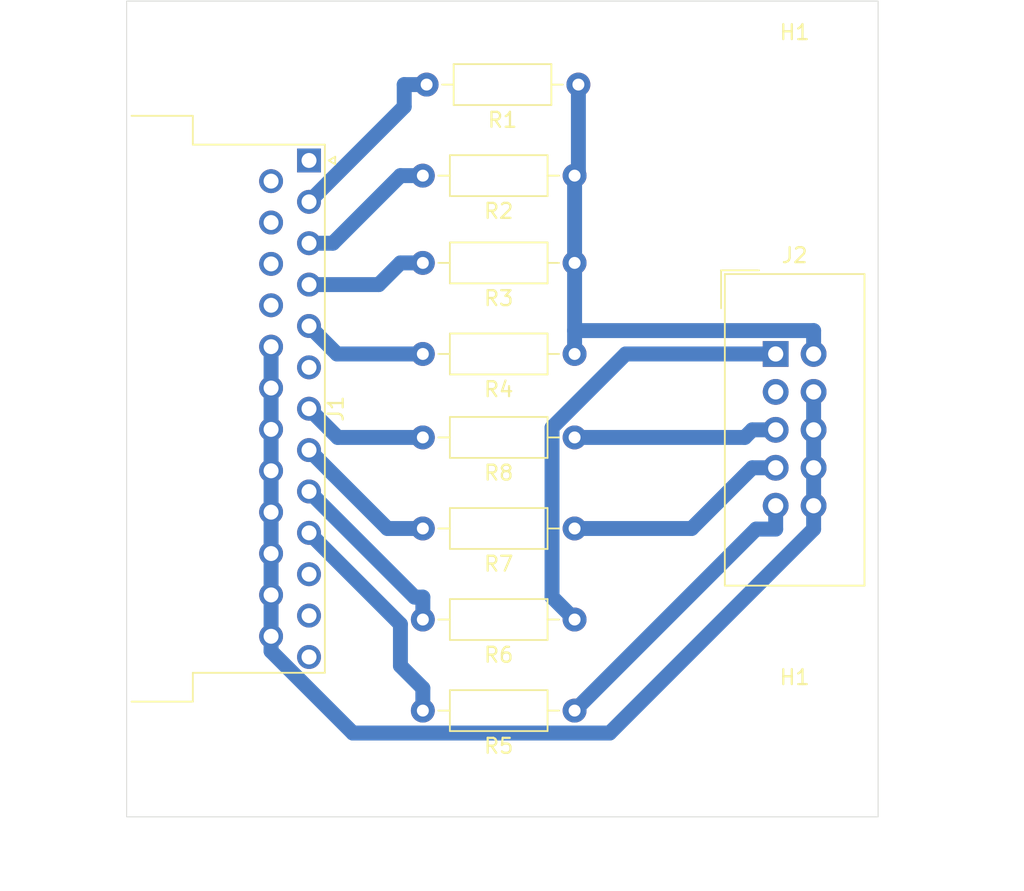
<source format=kicad_pcb>
(kicad_pcb (version 20171130) (host pcbnew 5.1.4-3.fc30)

  (general
    (thickness 1.6)
    (drawings 6)
    (tracks 57)
    (zones 0)
    (modules 12)
    (nets 25)
  )

  (page A4)
  (title_block
    (title "bcd avr programmer PCB")
    (date 2019-07-01)
    (rev 1.0)
    (company "mgr inż. Paweł Sobótka")
    (comment 1 "GNU GPLv3")
  )

  (layers
    (0 F.Cu jumper)
    (31 B.Cu signal)
    (33 F.Adhes user)
    (35 F.Paste user)
    (37 F.SilkS user)
    (39 F.Mask user)
    (40 Dwgs.User user)
    (41 Cmts.User user)
    (42 Eco1.User user)
    (43 Eco2.User user)
    (44 Edge.Cuts user)
    (45 Margin user)
    (46 B.CrtYd user)
    (47 F.CrtYd user)
    (49 F.Fab user)
  )

  (setup
    (last_trace_width 0.25)
    (user_trace_width 0.5)
    (user_trace_width 1)
    (trace_clearance 0.2)
    (zone_clearance 0.508)
    (zone_45_only no)
    (trace_min 0.2)
    (via_size 0.8)
    (via_drill 0.4)
    (via_min_size 0.4)
    (via_min_drill 0.3)
    (user_via 1 0.8)
    (user_via 2 1)
    (uvia_size 0.3)
    (uvia_drill 0.1)
    (uvias_allowed no)
    (uvia_min_size 0.2)
    (uvia_min_drill 0.1)
    (edge_width 0.05)
    (segment_width 0.2)
    (pcb_text_width 0.3)
    (pcb_text_size 1.5 1.5)
    (mod_edge_width 0.12)
    (mod_text_size 1 1)
    (mod_text_width 0.15)
    (pad_size 1.524 1.524)
    (pad_drill 0.762)
    (pad_to_mask_clearance 0.051)
    (solder_mask_min_width 0.25)
    (aux_axis_origin 133.08 117.602)
    (visible_elements FFFFFF7F)
    (pcbplotparams
      (layerselection 0x292a8_ffffffff)
      (usegerberextensions false)
      (usegerberattributes true)
      (usegerberadvancedattributes true)
      (creategerberjobfile true)
      (excludeedgelayer true)
      (linewidth 0.150000)
      (plotframeref false)
      (viasonmask false)
      (mode 1)
      (useauxorigin true)
      (hpglpennumber 1)
      (hpglpenspeed 20)
      (hpglpendiameter 15.000000)
      (psnegative false)
      (psa4output false)
      (plotreference true)
      (plotvalue true)
      (plotinvisibletext false)
      (padsonsilk false)
      (subtractmaskfromsilk true)
      (outputformat 1)
      (mirror false)
      (drillshape 0)
      (scaleselection 1)
      (outputdirectory "grbv/"))
  )

  (net 0 "")
  (net 1 "Net-(J1-Pad1)")
  (net 2 "Net-(J1-Pad6)")
  (net 3 "Net-(J1-Pad11)")
  (net 4 "Net-(J1-Pad12)")
  (net 5 "Net-(J1-Pad13)")
  (net 6 "Net-(J1-Pad14)")
  (net 7 "Net-(J1-Pad15)")
  (net 8 "Net-(J1-Pad16)")
  (net 9 "Net-(J1-Pad17)")
  (net 10 "Net-(J1-Pad18)")
  (net 11 "Net-(J2-Pad1)")
  (net 12 "Net-(J2-Pad2)")
  (net 13 "Net-(J2-Pad3)")
  (net 14 "Net-(J2-Pad5)")
  (net 15 "Net-(J2-Pad7)")
  (net 16 "Net-(J2-Pad9)")
  (net 17 D0)
  (net 18 D1)
  (net 19 D2)
  (net 20 D3)
  (net 21 D5)
  (net 22 D6)
  (net 23 D7)
  (net 24 ACK)

  (net_class Default "To jest domyślna klasa połączeń."
    (clearance 0.2)
    (trace_width 0.25)
    (via_dia 0.8)
    (via_drill 0.4)
    (uvia_dia 0.3)
    (uvia_drill 0.1)
    (add_net ACK)
    (add_net D5)
    (add_net D6)
    (add_net D7)
  )

  (net_class standard ""
    (clearance 0.2)
    (trace_width 1)
    (via_dia 2)
    (via_drill 1)
    (uvia_dia 0.3)
    (uvia_drill 0.1)
    (add_net D0)
    (add_net D1)
    (add_net D2)
    (add_net D3)
    (add_net "Net-(J1-Pad1)")
    (add_net "Net-(J1-Pad11)")
    (add_net "Net-(J1-Pad12)")
    (add_net "Net-(J1-Pad13)")
    (add_net "Net-(J1-Pad14)")
    (add_net "Net-(J1-Pad15)")
    (add_net "Net-(J1-Pad16)")
    (add_net "Net-(J1-Pad17)")
    (add_net "Net-(J1-Pad18)")
    (add_net "Net-(J1-Pad6)")
    (add_net "Net-(J2-Pad1)")
    (add_net "Net-(J2-Pad2)")
    (add_net "Net-(J2-Pad3)")
    (add_net "Net-(J2-Pad5)")
    (add_net "Net-(J2-Pad7)")
    (add_net "Net-(J2-Pad9)")
  )

  (module MountingHole:MountingHole_2.5mm (layer F.Cu) (tedit 56D1B4CB) (tstamp 5DA367DF)
    (at 177.8 111.76)
    (descr "Mounting Hole 2.5mm, no annular")
    (tags "mounting hole 2.5mm no annular")
    (path /5DA31830)
    (attr virtual)
    (fp_text reference H1 (at 0 -3.5) (layer F.SilkS)
      (effects (font (size 1 1) (thickness 0.15)))
    )
    (fp_text value M2.5 (at 0 3.5) (layer F.Fab)
      (effects (font (size 1 1) (thickness 0.15)))
    )
    (fp_text user %R (at 0.3 0) (layer F.Fab)
      (effects (font (size 1 1) (thickness 0.15)))
    )
    (fp_circle (center 0 0) (end 2.5 0) (layer Cmts.User) (width 0.15))
    (fp_circle (center 0 0) (end 2.75 0) (layer F.CrtYd) (width 0.05))
    (pad 1 np_thru_hole circle (at 0 0) (size 2.5 2.5) (drill 2.5) (layers *.Cu *.Mask))
  )

  (module MountingHole:MountingHole_2.5mm (layer F.Cu) (tedit 56D1B4CB) (tstamp 5DA364FB)
    (at 177.8 68.58)
    (descr "Mounting Hole 2.5mm, no annular")
    (tags "mounting hole 2.5mm no annular")
    (path /5DA31830)
    (attr virtual)
    (fp_text reference H1 (at 0 -3.5) (layer F.SilkS)
      (effects (font (size 1 1) (thickness 0.15)))
    )
    (fp_text value M2.5 (at 0 3.5) (layer F.Fab)
      (effects (font (size 1 1) (thickness 0.15)))
    )
    (fp_circle (center 0 0) (end 2.75 0) (layer F.CrtYd) (width 0.05))
    (fp_circle (center 0 0) (end 2.5 0) (layer Cmts.User) (width 0.15))
    (fp_text user %R (at 0.3 0) (layer F.Fab)
      (effects (font (size 1 1) (thickness 0.15)))
    )
    (pad 1 np_thru_hole circle (at 0 0) (size 2.5 2.5) (drill 2.5) (layers *.Cu *.Mask))
  )

  (module Connector_Dsub:DSUB-25_Male_Horizontal_P2.77x2.54mm_EdgePinOffset9.40mm (layer F.Cu) (tedit 59FEDEE2) (tstamp 5D19B759)
    (at 145.288 73.66 270)
    (descr "25-pin D-Sub connector, horizontal/angled (90 deg), THT-mount, male, pitch 2.77x2.54mm, pin-PCB-offset 9.4mm, see http://docs-europe.electrocomponents.com/webdocs/1585/0900766b81585df2.pdf")
    (tags "25-pin D-Sub connector horizontal angled 90deg THT male pitch 2.77x2.54mm pin-PCB-offset 9.4mm")
    (path /5D195BC3)
    (fp_text reference J1 (at 16.62 -1.8 90) (layer F.SilkS)
      (effects (font (size 1 1) (thickness 0.15)))
    )
    (fp_text value DB25_Male (at 16.62 19.84 90) (layer F.Fab)
      (effects (font (size 1 1) (thickness 0.15)))
    )
    (fp_line (start -0.1 0) (end -0.1 7.84) (layer F.Fab) (width 0.1))
    (fp_line (start 0 0) (end 0 7.84) (layer F.Fab) (width 0.1))
    (fp_line (start 0.1 0) (end 0.1 7.84) (layer F.Fab) (width 0.1))
    (fp_line (start 2.67 0) (end 2.67 7.84) (layer F.Fab) (width 0.1))
    (fp_line (start 2.77 0) (end 2.77 7.84) (layer F.Fab) (width 0.1))
    (fp_line (start 2.87 0) (end 2.87 7.84) (layer F.Fab) (width 0.1))
    (fp_line (start 5.44 0) (end 5.44 7.84) (layer F.Fab) (width 0.1))
    (fp_line (start 5.54 0) (end 5.54 7.84) (layer F.Fab) (width 0.1))
    (fp_line (start 5.64 0) (end 5.64 7.84) (layer F.Fab) (width 0.1))
    (fp_line (start 8.21 0) (end 8.21 7.84) (layer F.Fab) (width 0.1))
    (fp_line (start 8.31 0) (end 8.31 7.84) (layer F.Fab) (width 0.1))
    (fp_line (start 8.41 0) (end 8.41 7.84) (layer F.Fab) (width 0.1))
    (fp_line (start 10.98 0) (end 10.98 7.84) (layer F.Fab) (width 0.1))
    (fp_line (start 11.08 0) (end 11.08 7.84) (layer F.Fab) (width 0.1))
    (fp_line (start 11.18 0) (end 11.18 7.84) (layer F.Fab) (width 0.1))
    (fp_line (start 13.75 0) (end 13.75 7.84) (layer F.Fab) (width 0.1))
    (fp_line (start 13.85 0) (end 13.85 7.84) (layer F.Fab) (width 0.1))
    (fp_line (start 13.95 0) (end 13.95 7.84) (layer F.Fab) (width 0.1))
    (fp_line (start 16.52 0) (end 16.52 7.84) (layer F.Fab) (width 0.1))
    (fp_line (start 16.62 0) (end 16.62 7.84) (layer F.Fab) (width 0.1))
    (fp_line (start 16.72 0) (end 16.72 7.84) (layer F.Fab) (width 0.1))
    (fp_line (start 19.29 0) (end 19.29 7.84) (layer F.Fab) (width 0.1))
    (fp_line (start 19.39 0) (end 19.39 7.84) (layer F.Fab) (width 0.1))
    (fp_line (start 19.49 0) (end 19.49 7.84) (layer F.Fab) (width 0.1))
    (fp_line (start 22.06 0) (end 22.06 7.84) (layer F.Fab) (width 0.1))
    (fp_line (start 22.16 0) (end 22.16 7.84) (layer F.Fab) (width 0.1))
    (fp_line (start 22.26 0) (end 22.26 7.84) (layer F.Fab) (width 0.1))
    (fp_line (start 24.83 0) (end 24.83 7.84) (layer F.Fab) (width 0.1))
    (fp_line (start 24.93 0) (end 24.93 7.84) (layer F.Fab) (width 0.1))
    (fp_line (start 25.03 0) (end 25.03 7.84) (layer F.Fab) (width 0.1))
    (fp_line (start 27.6 0) (end 27.6 7.84) (layer F.Fab) (width 0.1))
    (fp_line (start 27.7 0) (end 27.7 7.84) (layer F.Fab) (width 0.1))
    (fp_line (start 27.8 0) (end 27.8 7.84) (layer F.Fab) (width 0.1))
    (fp_line (start 30.37 0) (end 30.37 7.84) (layer F.Fab) (width 0.1))
    (fp_line (start 30.47 0) (end 30.47 7.84) (layer F.Fab) (width 0.1))
    (fp_line (start 30.57 0) (end 30.57 7.84) (layer F.Fab) (width 0.1))
    (fp_line (start 33.14 0) (end 33.14 7.84) (layer F.Fab) (width 0.1))
    (fp_line (start 33.24 0) (end 33.24 7.84) (layer F.Fab) (width 0.1))
    (fp_line (start 33.34 0) (end 33.34 7.84) (layer F.Fab) (width 0.1))
    (fp_line (start 1.285 2.54) (end 1.285 7.84) (layer F.Fab) (width 0.1))
    (fp_line (start 1.385 2.54) (end 1.385 7.84) (layer F.Fab) (width 0.1))
    (fp_line (start 1.485 2.54) (end 1.485 7.84) (layer F.Fab) (width 0.1))
    (fp_line (start 4.055 2.54) (end 4.055 7.84) (layer F.Fab) (width 0.1))
    (fp_line (start 4.155 2.54) (end 4.155 7.84) (layer F.Fab) (width 0.1))
    (fp_line (start 4.255 2.54) (end 4.255 7.84) (layer F.Fab) (width 0.1))
    (fp_line (start 6.825 2.54) (end 6.825 7.84) (layer F.Fab) (width 0.1))
    (fp_line (start 6.925 2.54) (end 6.925 7.84) (layer F.Fab) (width 0.1))
    (fp_line (start 7.025 2.54) (end 7.025 7.84) (layer F.Fab) (width 0.1))
    (fp_line (start 9.595 2.54) (end 9.595 7.84) (layer F.Fab) (width 0.1))
    (fp_line (start 9.695 2.54) (end 9.695 7.84) (layer F.Fab) (width 0.1))
    (fp_line (start 9.795 2.54) (end 9.795 7.84) (layer F.Fab) (width 0.1))
    (fp_line (start 12.365 2.54) (end 12.365 7.84) (layer F.Fab) (width 0.1))
    (fp_line (start 12.465 2.54) (end 12.465 7.84) (layer F.Fab) (width 0.1))
    (fp_line (start 12.565 2.54) (end 12.565 7.84) (layer F.Fab) (width 0.1))
    (fp_line (start 15.135 2.54) (end 15.135 7.84) (layer F.Fab) (width 0.1))
    (fp_line (start 15.235 2.54) (end 15.235 7.84) (layer F.Fab) (width 0.1))
    (fp_line (start 15.335 2.54) (end 15.335 7.84) (layer F.Fab) (width 0.1))
    (fp_line (start 17.905 2.54) (end 17.905 7.84) (layer F.Fab) (width 0.1))
    (fp_line (start 18.005 2.54) (end 18.005 7.84) (layer F.Fab) (width 0.1))
    (fp_line (start 18.105 2.54) (end 18.105 7.84) (layer F.Fab) (width 0.1))
    (fp_line (start 20.675 2.54) (end 20.675 7.84) (layer F.Fab) (width 0.1))
    (fp_line (start 20.775 2.54) (end 20.775 7.84) (layer F.Fab) (width 0.1))
    (fp_line (start 20.875 2.54) (end 20.875 7.84) (layer F.Fab) (width 0.1))
    (fp_line (start 23.445 2.54) (end 23.445 7.84) (layer F.Fab) (width 0.1))
    (fp_line (start 23.545 2.54) (end 23.545 7.84) (layer F.Fab) (width 0.1))
    (fp_line (start 23.645 2.54) (end 23.645 7.84) (layer F.Fab) (width 0.1))
    (fp_line (start 26.215 2.54) (end 26.215 7.84) (layer F.Fab) (width 0.1))
    (fp_line (start 26.315 2.54) (end 26.315 7.84) (layer F.Fab) (width 0.1))
    (fp_line (start 26.415 2.54) (end 26.415 7.84) (layer F.Fab) (width 0.1))
    (fp_line (start 28.985 2.54) (end 28.985 7.84) (layer F.Fab) (width 0.1))
    (fp_line (start 29.085 2.54) (end 29.085 7.84) (layer F.Fab) (width 0.1))
    (fp_line (start 29.185 2.54) (end 29.185 7.84) (layer F.Fab) (width 0.1))
    (fp_line (start 31.755 2.54) (end 31.755 7.84) (layer F.Fab) (width 0.1))
    (fp_line (start 31.855 2.54) (end 31.855 7.84) (layer F.Fab) (width 0.1))
    (fp_line (start 31.955 2.54) (end 31.955 7.84) (layer F.Fab) (width 0.1))
    (fp_line (start -2.93 7.84) (end -2.93 11.94) (layer F.Fab) (width 0.1))
    (fp_line (start -2.93 11.94) (end 36.17 11.94) (layer F.Fab) (width 0.1))
    (fp_line (start 36.17 11.94) (end 36.17 7.84) (layer F.Fab) (width 0.1))
    (fp_line (start 36.17 7.84) (end -2.93 7.84) (layer F.Fab) (width 0.1))
    (fp_line (start -9.93 11.94) (end -9.93 12.34) (layer F.Fab) (width 0.1))
    (fp_line (start -9.93 12.34) (end 43.17 12.34) (layer F.Fab) (width 0.1))
    (fp_line (start 43.17 12.34) (end 43.17 11.94) (layer F.Fab) (width 0.1))
    (fp_line (start 43.17 11.94) (end -9.93 11.94) (layer F.Fab) (width 0.1))
    (fp_line (start -2.53 12.34) (end -2.53 18.34) (layer F.Fab) (width 0.1))
    (fp_line (start -2.53 18.34) (end 35.77 18.34) (layer F.Fab) (width 0.1))
    (fp_line (start 35.77 18.34) (end 35.77 12.34) (layer F.Fab) (width 0.1))
    (fp_line (start 35.77 12.34) (end -2.53 12.34) (layer F.Fab) (width 0.1))
    (fp_line (start -2.99 11.88) (end -2.99 7.78) (layer F.SilkS) (width 0.12))
    (fp_line (start -2.99 7.78) (end -1.06 7.78) (layer F.SilkS) (width 0.12))
    (fp_line (start -1.06 7.78) (end -1.06 -1.06) (layer F.SilkS) (width 0.12))
    (fp_line (start -1.06 -1.06) (end 34.3 -1.06) (layer F.SilkS) (width 0.12))
    (fp_line (start 34.3 -1.06) (end 34.3 7.78) (layer F.SilkS) (width 0.12))
    (fp_line (start 34.3 7.78) (end 36.23 7.78) (layer F.SilkS) (width 0.12))
    (fp_line (start 36.23 7.78) (end 36.23 11.88) (layer F.SilkS) (width 0.12))
    (fp_line (start -0.25 -1.754338) (end 0.25 -1.754338) (layer F.SilkS) (width 0.12))
    (fp_line (start 0.25 -1.754338) (end 0 -1.321325) (layer F.SilkS) (width 0.12))
    (fp_line (start 0 -1.321325) (end -0.25 -1.754338) (layer F.SilkS) (width 0.12))
    (fp_line (start -3.05 18.85) (end -3.05 12.85) (layer F.CrtYd) (width 0.05))
    (fp_line (start -3.05 12.85) (end -10.45 12.85) (layer F.CrtYd) (width 0.05))
    (fp_line (start -10.45 12.85) (end -10.45 11.45) (layer F.CrtYd) (width 0.05))
    (fp_line (start -10.45 11.45) (end -3.45 11.45) (layer F.CrtYd) (width 0.05))
    (fp_line (start -3.45 11.45) (end -3.45 7.35) (layer F.CrtYd) (width 0.05))
    (fp_line (start -3.45 7.35) (end -1.3 7.35) (layer F.CrtYd) (width 0.05))
    (fp_line (start -1.3 7.35) (end -1.3 -1.35) (layer F.CrtYd) (width 0.05))
    (fp_line (start -1.3 -1.35) (end 34.55 -1.35) (layer F.CrtYd) (width 0.05))
    (fp_line (start 34.55 -1.35) (end 34.55 7.35) (layer F.CrtYd) (width 0.05))
    (fp_line (start 34.55 7.35) (end 36.7 7.35) (layer F.CrtYd) (width 0.05))
    (fp_line (start 36.7 7.35) (end 36.7 11.45) (layer F.CrtYd) (width 0.05))
    (fp_line (start 36.7 11.45) (end 43.7 11.45) (layer F.CrtYd) (width 0.05))
    (fp_line (start 43.7 11.45) (end 43.7 12.85) (layer F.CrtYd) (width 0.05))
    (fp_line (start 43.7 12.85) (end 36.3 12.85) (layer F.CrtYd) (width 0.05))
    (fp_line (start 36.3 12.85) (end 36.3 18.85) (layer F.CrtYd) (width 0.05))
    (fp_line (start 36.3 18.85) (end -3.05 18.85) (layer F.CrtYd) (width 0.05))
    (fp_text user %R (at 16.62 15.34 90) (layer F.Fab)
      (effects (font (size 1 1) (thickness 0.15)))
    )
    (pad 1 thru_hole rect (at 0 0 270) (size 1.6 1.6) (drill 1) (layers *.Cu *.Mask)
      (net 1 "Net-(J1-Pad1)"))
    (pad 2 thru_hole circle (at 2.77 0 270) (size 1.6 1.6) (drill 1) (layers *.Cu *.Mask)
      (net 17 D0))
    (pad 3 thru_hole circle (at 5.54 0 270) (size 1.6 1.6) (drill 1) (layers *.Cu *.Mask)
      (net 18 D1))
    (pad 4 thru_hole circle (at 8.31 0 270) (size 1.6 1.6) (drill 1) (layers *.Cu *.Mask)
      (net 19 D2))
    (pad 5 thru_hole circle (at 11.08 0 270) (size 1.6 1.6) (drill 1) (layers *.Cu *.Mask)
      (net 20 D3))
    (pad 6 thru_hole circle (at 13.85 0 270) (size 1.6 1.6) (drill 1) (layers *.Cu *.Mask)
      (net 2 "Net-(J1-Pad6)"))
    (pad 7 thru_hole circle (at 16.62 0 270) (size 1.6 1.6) (drill 1) (layers *.Cu *.Mask)
      (net 21 D5))
    (pad 8 thru_hole circle (at 19.39 0 270) (size 1.6 1.6) (drill 1) (layers *.Cu *.Mask)
      (net 22 D6))
    (pad 9 thru_hole circle (at 22.16 0 270) (size 1.6 1.6) (drill 1) (layers *.Cu *.Mask)
      (net 23 D7))
    (pad 10 thru_hole circle (at 24.93 0 270) (size 1.6 1.6) (drill 1) (layers *.Cu *.Mask)
      (net 24 ACK))
    (pad 11 thru_hole circle (at 27.7 0 270) (size 1.6 1.6) (drill 1) (layers *.Cu *.Mask)
      (net 3 "Net-(J1-Pad11)"))
    (pad 12 thru_hole circle (at 30.47 0 270) (size 1.6 1.6) (drill 1) (layers *.Cu *.Mask)
      (net 4 "Net-(J1-Pad12)"))
    (pad 13 thru_hole circle (at 33.24 0 270) (size 1.6 1.6) (drill 1) (layers *.Cu *.Mask)
      (net 5 "Net-(J1-Pad13)"))
    (pad 14 thru_hole circle (at 1.385 2.54 270) (size 1.6 1.6) (drill 1) (layers *.Cu *.Mask)
      (net 6 "Net-(J1-Pad14)"))
    (pad 15 thru_hole circle (at 4.155 2.54 270) (size 1.6 1.6) (drill 1) (layers *.Cu *.Mask)
      (net 7 "Net-(J1-Pad15)"))
    (pad 16 thru_hole circle (at 6.925 2.54 270) (size 1.6 1.6) (drill 1) (layers *.Cu *.Mask)
      (net 8 "Net-(J1-Pad16)"))
    (pad 17 thru_hole circle (at 9.695 2.54 270) (size 1.6 1.6) (drill 1) (layers *.Cu *.Mask)
      (net 9 "Net-(J1-Pad17)"))
    (pad 18 thru_hole circle (at 12.465 2.54 270) (size 1.6 1.6) (drill 1) (layers *.Cu *.Mask)
      (net 10 "Net-(J1-Pad18)"))
    (pad 19 thru_hole circle (at 15.235 2.54 270) (size 1.6 1.6) (drill 1) (layers *.Cu *.Mask)
      (net 10 "Net-(J1-Pad18)"))
    (pad 20 thru_hole circle (at 18.005 2.54 270) (size 1.6 1.6) (drill 1) (layers *.Cu *.Mask)
      (net 10 "Net-(J1-Pad18)"))
    (pad 21 thru_hole circle (at 20.775 2.54 270) (size 1.6 1.6) (drill 1) (layers *.Cu *.Mask)
      (net 10 "Net-(J1-Pad18)"))
    (pad 22 thru_hole circle (at 23.545 2.54 270) (size 1.6 1.6) (drill 1) (layers *.Cu *.Mask)
      (net 10 "Net-(J1-Pad18)"))
    (pad 23 thru_hole circle (at 26.315 2.54 270) (size 1.6 1.6) (drill 1) (layers *.Cu *.Mask)
      (net 10 "Net-(J1-Pad18)"))
    (pad 24 thru_hole circle (at 29.085 2.54 270) (size 1.6 1.6) (drill 1) (layers *.Cu *.Mask)
      (net 10 "Net-(J1-Pad18)"))
    (pad 25 thru_hole circle (at 31.855 2.54 270) (size 1.6 1.6) (drill 1) (layers *.Cu *.Mask)
      (net 10 "Net-(J1-Pad18)"))
    (model ${KISYS3DMOD}/Connector_Dsub.3dshapes/DSUB-25_Male_Horizontal_P2.77x2.54mm_EdgePinOffset9.40mm.wrl
      (at (xyz 0 0 0))
      (scale (xyz 1 1 1))
      (rotate (xyz 0 0 0))
    )
  )

  (module Connector_IDC:IDC-Header_2x05_P2.54mm_Vertical (layer F.Cu) (tedit 59DE0611) (tstamp 5D19B781)
    (at 176.53 86.614)
    (descr "Through hole straight IDC box header, 2x05, 2.54mm pitch, double rows")
    (tags "Through hole IDC box header THT 2x05 2.54mm double row")
    (path /5D19AA9F)
    (fp_text reference J2 (at 1.27 -6.604) (layer F.SilkS)
      (effects (font (size 1 1) (thickness 0.15)))
    )
    (fp_text value AVR-ISP-10 (at 1.27 16.764) (layer F.Fab)
      (effects (font (size 1 1) (thickness 0.15)))
    )
    (fp_text user %R (at 1.27 5.08) (layer F.Fab)
      (effects (font (size 1 1) (thickness 0.15)))
    )
    (fp_line (start 5.695 -5.1) (end 5.695 15.26) (layer F.Fab) (width 0.1))
    (fp_line (start 5.145 -4.56) (end 5.145 14.7) (layer F.Fab) (width 0.1))
    (fp_line (start -3.155 -5.1) (end -3.155 15.26) (layer F.Fab) (width 0.1))
    (fp_line (start -2.605 -4.56) (end -2.605 2.83) (layer F.Fab) (width 0.1))
    (fp_line (start -2.605 7.33) (end -2.605 14.7) (layer F.Fab) (width 0.1))
    (fp_line (start -2.605 2.83) (end -3.155 2.83) (layer F.Fab) (width 0.1))
    (fp_line (start -2.605 7.33) (end -3.155 7.33) (layer F.Fab) (width 0.1))
    (fp_line (start 5.695 -5.1) (end -3.155 -5.1) (layer F.Fab) (width 0.1))
    (fp_line (start 5.145 -4.56) (end -2.605 -4.56) (layer F.Fab) (width 0.1))
    (fp_line (start 5.695 15.26) (end -3.155 15.26) (layer F.Fab) (width 0.1))
    (fp_line (start 5.145 14.7) (end -2.605 14.7) (layer F.Fab) (width 0.1))
    (fp_line (start 5.695 -5.1) (end 5.145 -4.56) (layer F.Fab) (width 0.1))
    (fp_line (start 5.695 15.26) (end 5.145 14.7) (layer F.Fab) (width 0.1))
    (fp_line (start -3.155 -5.1) (end -2.605 -4.56) (layer F.Fab) (width 0.1))
    (fp_line (start -3.155 15.26) (end -2.605 14.7) (layer F.Fab) (width 0.1))
    (fp_line (start 5.95 -5.35) (end 5.95 15.51) (layer F.CrtYd) (width 0.05))
    (fp_line (start 5.95 15.51) (end -3.41 15.51) (layer F.CrtYd) (width 0.05))
    (fp_line (start -3.41 15.51) (end -3.41 -5.35) (layer F.CrtYd) (width 0.05))
    (fp_line (start -3.41 -5.35) (end 5.95 -5.35) (layer F.CrtYd) (width 0.05))
    (fp_line (start 5.945 -5.35) (end 5.945 15.51) (layer F.SilkS) (width 0.12))
    (fp_line (start 5.945 15.51) (end -3.405 15.51) (layer F.SilkS) (width 0.12))
    (fp_line (start -3.405 15.51) (end -3.405 -5.35) (layer F.SilkS) (width 0.12))
    (fp_line (start -3.405 -5.35) (end 5.945 -5.35) (layer F.SilkS) (width 0.12))
    (fp_line (start -3.655 -5.6) (end -3.655 -3.06) (layer F.SilkS) (width 0.12))
    (fp_line (start -3.655 -5.6) (end -1.115 -5.6) (layer F.SilkS) (width 0.12))
    (pad 1 thru_hole rect (at 0 0) (size 1.7272 1.7272) (drill 1.016) (layers *.Cu *.Mask)
      (net 11 "Net-(J2-Pad1)"))
    (pad 2 thru_hole oval (at 2.54 0) (size 1.7272 1.7272) (drill 1.016) (layers *.Cu *.Mask)
      (net 12 "Net-(J2-Pad2)"))
    (pad 3 thru_hole oval (at 0 2.54) (size 1.7272 1.7272) (drill 1.016) (layers *.Cu *.Mask)
      (net 13 "Net-(J2-Pad3)"))
    (pad 4 thru_hole oval (at 2.54 2.54) (size 1.7272 1.7272) (drill 1.016) (layers *.Cu *.Mask)
      (net 10 "Net-(J1-Pad18)"))
    (pad 5 thru_hole oval (at 0 5.08) (size 1.7272 1.7272) (drill 1.016) (layers *.Cu *.Mask)
      (net 14 "Net-(J2-Pad5)"))
    (pad 6 thru_hole oval (at 2.54 5.08) (size 1.7272 1.7272) (drill 1.016) (layers *.Cu *.Mask)
      (net 10 "Net-(J1-Pad18)"))
    (pad 7 thru_hole oval (at 0 7.62) (size 1.7272 1.7272) (drill 1.016) (layers *.Cu *.Mask)
      (net 15 "Net-(J2-Pad7)"))
    (pad 8 thru_hole oval (at 2.54 7.62) (size 1.7272 1.7272) (drill 1.016) (layers *.Cu *.Mask)
      (net 10 "Net-(J1-Pad18)"))
    (pad 9 thru_hole oval (at 0 10.16) (size 1.7272 1.7272) (drill 1.016) (layers *.Cu *.Mask)
      (net 16 "Net-(J2-Pad9)"))
    (pad 10 thru_hole oval (at 2.54 10.16) (size 1.7272 1.7272) (drill 1.016) (layers *.Cu *.Mask)
      (net 10 "Net-(J1-Pad18)"))
    (model ${KISYS3DMOD}/Connector_IDC.3dshapes/IDC-Header_2x05_P2.54mm_Vertical.wrl
      (at (xyz 0 0 0))
      (scale (xyz 1 1 1))
      (rotate (xyz 0 0 0))
    )
  )

  (module Resistor_THT:R_Axial_DIN0207_L6.3mm_D2.5mm_P10.16mm_Horizontal (layer F.Cu) (tedit 5AE5139B) (tstamp 5D19B798)
    (at 163.322 68.58 180)
    (descr "Resistor, Axial_DIN0207 series, Axial, Horizontal, pin pitch=10.16mm, 0.25W = 1/4W, length*diameter=6.3*2.5mm^2, http://cdn-reichelt.de/documents/datenblatt/B400/1_4W%23YAG.pdf")
    (tags "Resistor Axial_DIN0207 series Axial Horizontal pin pitch 10.16mm 0.25W = 1/4W length 6.3mm diameter 2.5mm")
    (path /5D19ED35)
    (fp_text reference R1 (at 5.08 -2.37) (layer F.SilkS)
      (effects (font (size 1 1) (thickness 0.15)))
    )
    (fp_text value 220 (at 5.08 2.37) (layer F.Fab)
      (effects (font (size 1 1) (thickness 0.15)))
    )
    (fp_line (start 1.93 -1.25) (end 1.93 1.25) (layer F.Fab) (width 0.1))
    (fp_line (start 1.93 1.25) (end 8.23 1.25) (layer F.Fab) (width 0.1))
    (fp_line (start 8.23 1.25) (end 8.23 -1.25) (layer F.Fab) (width 0.1))
    (fp_line (start 8.23 -1.25) (end 1.93 -1.25) (layer F.Fab) (width 0.1))
    (fp_line (start 0 0) (end 1.93 0) (layer F.Fab) (width 0.1))
    (fp_line (start 10.16 0) (end 8.23 0) (layer F.Fab) (width 0.1))
    (fp_line (start 1.81 -1.37) (end 1.81 1.37) (layer F.SilkS) (width 0.12))
    (fp_line (start 1.81 1.37) (end 8.35 1.37) (layer F.SilkS) (width 0.12))
    (fp_line (start 8.35 1.37) (end 8.35 -1.37) (layer F.SilkS) (width 0.12))
    (fp_line (start 8.35 -1.37) (end 1.81 -1.37) (layer F.SilkS) (width 0.12))
    (fp_line (start 1.04 0) (end 1.81 0) (layer F.SilkS) (width 0.12))
    (fp_line (start 9.12 0) (end 8.35 0) (layer F.SilkS) (width 0.12))
    (fp_line (start -1.05 -1.5) (end -1.05 1.5) (layer F.CrtYd) (width 0.05))
    (fp_line (start -1.05 1.5) (end 11.21 1.5) (layer F.CrtYd) (width 0.05))
    (fp_line (start 11.21 1.5) (end 11.21 -1.5) (layer F.CrtYd) (width 0.05))
    (fp_line (start 11.21 -1.5) (end -1.05 -1.5) (layer F.CrtYd) (width 0.05))
    (fp_text user %R (at 5.08 0) (layer F.Fab)
      (effects (font (size 1 1) (thickness 0.15)))
    )
    (pad 1 thru_hole circle (at 0 0 180) (size 1.6 1.6) (drill 0.8) (layers *.Cu *.Mask)
      (net 12 "Net-(J2-Pad2)"))
    (pad 2 thru_hole oval (at 10.16 0 180) (size 1.6 1.6) (drill 0.8) (layers *.Cu *.Mask)
      (net 17 D0))
    (model ${KISYS3DMOD}/Resistor_THT.3dshapes/R_Axial_DIN0207_L6.3mm_D2.5mm_P10.16mm_Horizontal.wrl
      (at (xyz 0 0 0))
      (scale (xyz 1 1 1))
      (rotate (xyz 0 0 0))
    )
  )

  (module Resistor_THT:R_Axial_DIN0207_L6.3mm_D2.5mm_P10.16mm_Horizontal (layer F.Cu) (tedit 5AE5139B) (tstamp 5D19C001)
    (at 163.068 74.676 180)
    (descr "Resistor, Axial_DIN0207 series, Axial, Horizontal, pin pitch=10.16mm, 0.25W = 1/4W, length*diameter=6.3*2.5mm^2, http://cdn-reichelt.de/documents/datenblatt/B400/1_4W%23YAG.pdf")
    (tags "Resistor Axial_DIN0207 series Axial Horizontal pin pitch 10.16mm 0.25W = 1/4W length 6.3mm diameter 2.5mm")
    (path /5D19F9F2)
    (fp_text reference R2 (at 5.08 -2.37) (layer F.SilkS)
      (effects (font (size 1 1) (thickness 0.15)))
    )
    (fp_text value 220 (at 5.08 2.37) (layer F.Fab)
      (effects (font (size 1 1) (thickness 0.15)))
    )
    (fp_text user %R (at 5.08 0) (layer F.Fab)
      (effects (font (size 1 1) (thickness 0.15)))
    )
    (fp_line (start 11.21 -1.5) (end -1.05 -1.5) (layer F.CrtYd) (width 0.05))
    (fp_line (start 11.21 1.5) (end 11.21 -1.5) (layer F.CrtYd) (width 0.05))
    (fp_line (start -1.05 1.5) (end 11.21 1.5) (layer F.CrtYd) (width 0.05))
    (fp_line (start -1.05 -1.5) (end -1.05 1.5) (layer F.CrtYd) (width 0.05))
    (fp_line (start 9.12 0) (end 8.35 0) (layer F.SilkS) (width 0.12))
    (fp_line (start 1.04 0) (end 1.81 0) (layer F.SilkS) (width 0.12))
    (fp_line (start 8.35 -1.37) (end 1.81 -1.37) (layer F.SilkS) (width 0.12))
    (fp_line (start 8.35 1.37) (end 8.35 -1.37) (layer F.SilkS) (width 0.12))
    (fp_line (start 1.81 1.37) (end 8.35 1.37) (layer F.SilkS) (width 0.12))
    (fp_line (start 1.81 -1.37) (end 1.81 1.37) (layer F.SilkS) (width 0.12))
    (fp_line (start 10.16 0) (end 8.23 0) (layer F.Fab) (width 0.1))
    (fp_line (start 0 0) (end 1.93 0) (layer F.Fab) (width 0.1))
    (fp_line (start 8.23 -1.25) (end 1.93 -1.25) (layer F.Fab) (width 0.1))
    (fp_line (start 8.23 1.25) (end 8.23 -1.25) (layer F.Fab) (width 0.1))
    (fp_line (start 1.93 1.25) (end 8.23 1.25) (layer F.Fab) (width 0.1))
    (fp_line (start 1.93 -1.25) (end 1.93 1.25) (layer F.Fab) (width 0.1))
    (pad 2 thru_hole oval (at 10.16 0 180) (size 1.6 1.6) (drill 0.8) (layers *.Cu *.Mask)
      (net 18 D1))
    (pad 1 thru_hole circle (at 0 0 180) (size 1.6 1.6) (drill 0.8) (layers *.Cu *.Mask)
      (net 12 "Net-(J2-Pad2)"))
    (model ${KISYS3DMOD}/Resistor_THT.3dshapes/R_Axial_DIN0207_L6.3mm_D2.5mm_P10.16mm_Horizontal.wrl
      (at (xyz 0 0 0))
      (scale (xyz 1 1 1))
      (rotate (xyz 0 0 0))
    )
  )

  (module Resistor_THT:R_Axial_DIN0207_L6.3mm_D2.5mm_P10.16mm_Horizontal (layer F.Cu) (tedit 5AE5139B) (tstamp 5D1A33F9)
    (at 163.068 80.518 180)
    (descr "Resistor, Axial_DIN0207 series, Axial, Horizontal, pin pitch=10.16mm, 0.25W = 1/4W, length*diameter=6.3*2.5mm^2, http://cdn-reichelt.de/documents/datenblatt/B400/1_4W%23YAG.pdf")
    (tags "Resistor Axial_DIN0207 series Axial Horizontal pin pitch 10.16mm 0.25W = 1/4W length 6.3mm diameter 2.5mm")
    (path /5D19FC9D)
    (fp_text reference R3 (at 5.08 -2.37) (layer F.SilkS)
      (effects (font (size 1 1) (thickness 0.15)))
    )
    (fp_text value 220 (at 5.08 2.37) (layer F.Fab)
      (effects (font (size 1 1) (thickness 0.15)))
    )
    (fp_line (start 1.93 -1.25) (end 1.93 1.25) (layer F.Fab) (width 0.1))
    (fp_line (start 1.93 1.25) (end 8.23 1.25) (layer F.Fab) (width 0.1))
    (fp_line (start 8.23 1.25) (end 8.23 -1.25) (layer F.Fab) (width 0.1))
    (fp_line (start 8.23 -1.25) (end 1.93 -1.25) (layer F.Fab) (width 0.1))
    (fp_line (start 0 0) (end 1.93 0) (layer F.Fab) (width 0.1))
    (fp_line (start 10.16 0) (end 8.23 0) (layer F.Fab) (width 0.1))
    (fp_line (start 1.81 -1.37) (end 1.81 1.37) (layer F.SilkS) (width 0.12))
    (fp_line (start 1.81 1.37) (end 8.35 1.37) (layer F.SilkS) (width 0.12))
    (fp_line (start 8.35 1.37) (end 8.35 -1.37) (layer F.SilkS) (width 0.12))
    (fp_line (start 8.35 -1.37) (end 1.81 -1.37) (layer F.SilkS) (width 0.12))
    (fp_line (start 1.04 0) (end 1.81 0) (layer F.SilkS) (width 0.12))
    (fp_line (start 9.12 0) (end 8.35 0) (layer F.SilkS) (width 0.12))
    (fp_line (start -1.05 -1.5) (end -1.05 1.5) (layer F.CrtYd) (width 0.05))
    (fp_line (start -1.05 1.5) (end 11.21 1.5) (layer F.CrtYd) (width 0.05))
    (fp_line (start 11.21 1.5) (end 11.21 -1.5) (layer F.CrtYd) (width 0.05))
    (fp_line (start 11.21 -1.5) (end -1.05 -1.5) (layer F.CrtYd) (width 0.05))
    (fp_text user %R (at 5.08 0) (layer F.Fab)
      (effects (font (size 1 1) (thickness 0.15)))
    )
    (pad 1 thru_hole circle (at 0 0 180) (size 1.6 1.6) (drill 0.8) (layers *.Cu *.Mask)
      (net 12 "Net-(J2-Pad2)"))
    (pad 2 thru_hole oval (at 10.16 0 180) (size 1.6 1.6) (drill 0.8) (layers *.Cu *.Mask)
      (net 19 D2))
    (model ${KISYS3DMOD}/Resistor_THT.3dshapes/R_Axial_DIN0207_L6.3mm_D2.5mm_P10.16mm_Horizontal.wrl
      (at (xyz 0 0 0))
      (scale (xyz 1 1 1))
      (rotate (xyz 0 0 0))
    )
  )

  (module Resistor_THT:R_Axial_DIN0207_L6.3mm_D2.5mm_P10.16mm_Horizontal (layer F.Cu) (tedit 5AE5139B) (tstamp 5D19C17B)
    (at 163.068 86.614 180)
    (descr "Resistor, Axial_DIN0207 series, Axial, Horizontal, pin pitch=10.16mm, 0.25W = 1/4W, length*diameter=6.3*2.5mm^2, http://cdn-reichelt.de/documents/datenblatt/B400/1_4W%23YAG.pdf")
    (tags "Resistor Axial_DIN0207 series Axial Horizontal pin pitch 10.16mm 0.25W = 1/4W length 6.3mm diameter 2.5mm")
    (path /5D1A0011)
    (fp_text reference R4 (at 5.08 -2.37) (layer F.SilkS)
      (effects (font (size 1 1) (thickness 0.15)))
    )
    (fp_text value 220 (at 5.08 2.37) (layer F.Fab)
      (effects (font (size 1 1) (thickness 0.15)))
    )
    (fp_text user %R (at 5.08 0) (layer F.Fab)
      (effects (font (size 1 1) (thickness 0.15)))
    )
    (fp_line (start 11.21 -1.5) (end -1.05 -1.5) (layer F.CrtYd) (width 0.05))
    (fp_line (start 11.21 1.5) (end 11.21 -1.5) (layer F.CrtYd) (width 0.05))
    (fp_line (start -1.05 1.5) (end 11.21 1.5) (layer F.CrtYd) (width 0.05))
    (fp_line (start -1.05 -1.5) (end -1.05 1.5) (layer F.CrtYd) (width 0.05))
    (fp_line (start 9.12 0) (end 8.35 0) (layer F.SilkS) (width 0.12))
    (fp_line (start 1.04 0) (end 1.81 0) (layer F.SilkS) (width 0.12))
    (fp_line (start 8.35 -1.37) (end 1.81 -1.37) (layer F.SilkS) (width 0.12))
    (fp_line (start 8.35 1.37) (end 8.35 -1.37) (layer F.SilkS) (width 0.12))
    (fp_line (start 1.81 1.37) (end 8.35 1.37) (layer F.SilkS) (width 0.12))
    (fp_line (start 1.81 -1.37) (end 1.81 1.37) (layer F.SilkS) (width 0.12))
    (fp_line (start 10.16 0) (end 8.23 0) (layer F.Fab) (width 0.1))
    (fp_line (start 0 0) (end 1.93 0) (layer F.Fab) (width 0.1))
    (fp_line (start 8.23 -1.25) (end 1.93 -1.25) (layer F.Fab) (width 0.1))
    (fp_line (start 8.23 1.25) (end 8.23 -1.25) (layer F.Fab) (width 0.1))
    (fp_line (start 1.93 1.25) (end 8.23 1.25) (layer F.Fab) (width 0.1))
    (fp_line (start 1.93 -1.25) (end 1.93 1.25) (layer F.Fab) (width 0.1))
    (pad 2 thru_hole oval (at 10.16 0 180) (size 1.6 1.6) (drill 0.8) (layers *.Cu *.Mask)
      (net 20 D3))
    (pad 1 thru_hole circle (at 0 0 180) (size 1.6 1.6) (drill 0.8) (layers *.Cu *.Mask)
      (net 12 "Net-(J2-Pad2)"))
    (model ${KISYS3DMOD}/Resistor_THT.3dshapes/R_Axial_DIN0207_L6.3mm_D2.5mm_P10.16mm_Horizontal.wrl
      (at (xyz 0 0 0))
      (scale (xyz 1 1 1))
      (rotate (xyz 0 0 0))
    )
  )

  (module Resistor_THT:R_Axial_DIN0207_L6.3mm_D2.5mm_P10.16mm_Horizontal (layer F.Cu) (tedit 5AE5139B) (tstamp 5D19B7F4)
    (at 163.068 110.49 180)
    (descr "Resistor, Axial_DIN0207 series, Axial, Horizontal, pin pitch=10.16mm, 0.25W = 1/4W, length*diameter=6.3*2.5mm^2, http://cdn-reichelt.de/documents/datenblatt/B400/1_4W%23YAG.pdf")
    (tags "Resistor Axial_DIN0207 series Axial Horizontal pin pitch 10.16mm 0.25W = 1/4W length 6.3mm diameter 2.5mm")
    (path /5D1A0367)
    (fp_text reference R5 (at 5.08 -2.37) (layer F.SilkS)
      (effects (font (size 1 1) (thickness 0.15)))
    )
    (fp_text value 220 (at 5.08 2.37) (layer F.Fab)
      (effects (font (size 1 1) (thickness 0.15)))
    )
    (fp_line (start 1.93 -1.25) (end 1.93 1.25) (layer F.Fab) (width 0.1))
    (fp_line (start 1.93 1.25) (end 8.23 1.25) (layer F.Fab) (width 0.1))
    (fp_line (start 8.23 1.25) (end 8.23 -1.25) (layer F.Fab) (width 0.1))
    (fp_line (start 8.23 -1.25) (end 1.93 -1.25) (layer F.Fab) (width 0.1))
    (fp_line (start 0 0) (end 1.93 0) (layer F.Fab) (width 0.1))
    (fp_line (start 10.16 0) (end 8.23 0) (layer F.Fab) (width 0.1))
    (fp_line (start 1.81 -1.37) (end 1.81 1.37) (layer F.SilkS) (width 0.12))
    (fp_line (start 1.81 1.37) (end 8.35 1.37) (layer F.SilkS) (width 0.12))
    (fp_line (start 8.35 1.37) (end 8.35 -1.37) (layer F.SilkS) (width 0.12))
    (fp_line (start 8.35 -1.37) (end 1.81 -1.37) (layer F.SilkS) (width 0.12))
    (fp_line (start 1.04 0) (end 1.81 0) (layer F.SilkS) (width 0.12))
    (fp_line (start 9.12 0) (end 8.35 0) (layer F.SilkS) (width 0.12))
    (fp_line (start -1.05 -1.5) (end -1.05 1.5) (layer F.CrtYd) (width 0.05))
    (fp_line (start -1.05 1.5) (end 11.21 1.5) (layer F.CrtYd) (width 0.05))
    (fp_line (start 11.21 1.5) (end 11.21 -1.5) (layer F.CrtYd) (width 0.05))
    (fp_line (start 11.21 -1.5) (end -1.05 -1.5) (layer F.CrtYd) (width 0.05))
    (fp_text user %R (at 5.08 -0.254) (layer F.Fab)
      (effects (font (size 1 1) (thickness 0.15)))
    )
    (pad 1 thru_hole circle (at 0 0 180) (size 1.6 1.6) (drill 0.8) (layers *.Cu *.Mask)
      (net 16 "Net-(J2-Pad9)"))
    (pad 2 thru_hole oval (at 10.16 0 180) (size 1.6 1.6) (drill 0.8) (layers *.Cu *.Mask)
      (net 24 ACK))
    (model ${KISYS3DMOD}/Resistor_THT.3dshapes/R_Axial_DIN0207_L6.3mm_D2.5mm_P10.16mm_Horizontal.wrl
      (at (xyz 0 0 0))
      (scale (xyz 1 1 1))
      (rotate (xyz 0 0 0))
    )
  )

  (module Resistor_THT:R_Axial_DIN0207_L6.3mm_D2.5mm_P10.16mm_Horizontal (layer F.Cu) (tedit 5AE5139B) (tstamp 5D19B80B)
    (at 163.068 104.394 180)
    (descr "Resistor, Axial_DIN0207 series, Axial, Horizontal, pin pitch=10.16mm, 0.25W = 1/4W, length*diameter=6.3*2.5mm^2, http://cdn-reichelt.de/documents/datenblatt/B400/1_4W%23YAG.pdf")
    (tags "Resistor Axial_DIN0207 series Axial Horizontal pin pitch 10.16mm 0.25W = 1/4W length 6.3mm diameter 2.5mm")
    (path /5D1A07A5)
    (fp_text reference R6 (at 5.08 -2.37) (layer F.SilkS)
      (effects (font (size 1 1) (thickness 0.15)))
    )
    (fp_text value 220 (at 5.08 2.37) (layer F.Fab)
      (effects (font (size 1 1) (thickness 0.15)))
    )
    (fp_text user %R (at 5.08 0) (layer F.Fab)
      (effects (font (size 1 1) (thickness 0.15)))
    )
    (fp_line (start 11.21 -1.5) (end -1.05 -1.5) (layer F.CrtYd) (width 0.05))
    (fp_line (start 11.21 1.5) (end 11.21 -1.5) (layer F.CrtYd) (width 0.05))
    (fp_line (start -1.05 1.5) (end 11.21 1.5) (layer F.CrtYd) (width 0.05))
    (fp_line (start -1.05 -1.5) (end -1.05 1.5) (layer F.CrtYd) (width 0.05))
    (fp_line (start 9.12 0) (end 8.35 0) (layer F.SilkS) (width 0.12))
    (fp_line (start 1.04 0) (end 1.81 0) (layer F.SilkS) (width 0.12))
    (fp_line (start 8.35 -1.37) (end 1.81 -1.37) (layer F.SilkS) (width 0.12))
    (fp_line (start 8.35 1.37) (end 8.35 -1.37) (layer F.SilkS) (width 0.12))
    (fp_line (start 1.81 1.37) (end 8.35 1.37) (layer F.SilkS) (width 0.12))
    (fp_line (start 1.81 -1.37) (end 1.81 1.37) (layer F.SilkS) (width 0.12))
    (fp_line (start 10.16 0) (end 8.23 0) (layer F.Fab) (width 0.1))
    (fp_line (start 0 0) (end 1.93 0) (layer F.Fab) (width 0.1))
    (fp_line (start 8.23 -1.25) (end 1.93 -1.25) (layer F.Fab) (width 0.1))
    (fp_line (start 8.23 1.25) (end 8.23 -1.25) (layer F.Fab) (width 0.1))
    (fp_line (start 1.93 1.25) (end 8.23 1.25) (layer F.Fab) (width 0.1))
    (fp_line (start 1.93 -1.25) (end 1.93 1.25) (layer F.Fab) (width 0.1))
    (pad 2 thru_hole oval (at 10.16 0 180) (size 1.6 1.6) (drill 0.8) (layers *.Cu *.Mask)
      (net 23 D7))
    (pad 1 thru_hole circle (at 0 0 180) (size 1.6 1.6) (drill 0.8) (layers *.Cu *.Mask)
      (net 11 "Net-(J2-Pad1)"))
    (model ${KISYS3DMOD}/Resistor_THT.3dshapes/R_Axial_DIN0207_L6.3mm_D2.5mm_P10.16mm_Horizontal.wrl
      (at (xyz 0 0 0))
      (scale (xyz 1 1 1))
      (rotate (xyz 0 0 0))
    )
  )

  (module Resistor_THT:R_Axial_DIN0207_L6.3mm_D2.5mm_P10.16mm_Horizontal (layer F.Cu) (tedit 5AE5139B) (tstamp 5D19B822)
    (at 163.068 98.298 180)
    (descr "Resistor, Axial_DIN0207 series, Axial, Horizontal, pin pitch=10.16mm, 0.25W = 1/4W, length*diameter=6.3*2.5mm^2, http://cdn-reichelt.de/documents/datenblatt/B400/1_4W%23YAG.pdf")
    (tags "Resistor Axial_DIN0207 series Axial Horizontal pin pitch 10.16mm 0.25W = 1/4W length 6.3mm diameter 2.5mm")
    (path /5D1A0AE9)
    (fp_text reference R7 (at 5.08 -2.37) (layer F.SilkS)
      (effects (font (size 1 1) (thickness 0.15)))
    )
    (fp_text value 220 (at 5.08 2.37) (layer F.Fab)
      (effects (font (size 1 1) (thickness 0.15)))
    )
    (fp_line (start 1.93 -1.25) (end 1.93 1.25) (layer F.Fab) (width 0.1))
    (fp_line (start 1.93 1.25) (end 8.23 1.25) (layer F.Fab) (width 0.1))
    (fp_line (start 8.23 1.25) (end 8.23 -1.25) (layer F.Fab) (width 0.1))
    (fp_line (start 8.23 -1.25) (end 1.93 -1.25) (layer F.Fab) (width 0.1))
    (fp_line (start 0 0) (end 1.93 0) (layer F.Fab) (width 0.1))
    (fp_line (start 10.16 0) (end 8.23 0) (layer F.Fab) (width 0.1))
    (fp_line (start 1.81 -1.37) (end 1.81 1.37) (layer F.SilkS) (width 0.12))
    (fp_line (start 1.81 1.37) (end 8.35 1.37) (layer F.SilkS) (width 0.12))
    (fp_line (start 8.35 1.37) (end 8.35 -1.37) (layer F.SilkS) (width 0.12))
    (fp_line (start 8.35 -1.37) (end 1.81 -1.37) (layer F.SilkS) (width 0.12))
    (fp_line (start 1.04 0) (end 1.81 0) (layer F.SilkS) (width 0.12))
    (fp_line (start 9.12 0) (end 8.35 0) (layer F.SilkS) (width 0.12))
    (fp_line (start -1.05 -1.5) (end -1.05 1.5) (layer F.CrtYd) (width 0.05))
    (fp_line (start -1.05 1.5) (end 11.21 1.5) (layer F.CrtYd) (width 0.05))
    (fp_line (start 11.21 1.5) (end 11.21 -1.5) (layer F.CrtYd) (width 0.05))
    (fp_line (start 11.21 -1.5) (end -1.05 -1.5) (layer F.CrtYd) (width 0.05))
    (fp_text user %R (at 5.08 0) (layer F.Fab)
      (effects (font (size 1 1) (thickness 0.15)))
    )
    (pad 1 thru_hole circle (at 0 0 180) (size 1.6 1.6) (drill 0.8) (layers *.Cu *.Mask)
      (net 15 "Net-(J2-Pad7)"))
    (pad 2 thru_hole oval (at 10.16 0 180) (size 1.6 1.6) (drill 0.8) (layers *.Cu *.Mask)
      (net 22 D6))
    (model ${KISYS3DMOD}/Resistor_THT.3dshapes/R_Axial_DIN0207_L6.3mm_D2.5mm_P10.16mm_Horizontal.wrl
      (at (xyz 0 0 0))
      (scale (xyz 1 1 1))
      (rotate (xyz 0 0 0))
    )
  )

  (module Resistor_THT:R_Axial_DIN0207_L6.3mm_D2.5mm_P10.16mm_Horizontal (layer F.Cu) (tedit 5AE5139B) (tstamp 5D19B839)
    (at 163.068 92.202 180)
    (descr "Resistor, Axial_DIN0207 series, Axial, Horizontal, pin pitch=10.16mm, 0.25W = 1/4W, length*diameter=6.3*2.5mm^2, http://cdn-reichelt.de/documents/datenblatt/B400/1_4W%23YAG.pdf")
    (tags "Resistor Axial_DIN0207 series Axial Horizontal pin pitch 10.16mm 0.25W = 1/4W length 6.3mm diameter 2.5mm")
    (path /5D1A0E7D)
    (fp_text reference R8 (at 5.08 -2.37) (layer F.SilkS)
      (effects (font (size 1 1) (thickness 0.15)))
    )
    (fp_text value 220 (at 5.08 2.37) (layer F.Fab)
      (effects (font (size 1 1) (thickness 0.15)))
    )
    (fp_text user %R (at 5.08 0 180) (layer F.Fab)
      (effects (font (size 1 1) (thickness 0.15)))
    )
    (fp_line (start 11.21 -1.5) (end -1.05 -1.5) (layer F.CrtYd) (width 0.05))
    (fp_line (start 11.21 1.5) (end 11.21 -1.5) (layer F.CrtYd) (width 0.05))
    (fp_line (start -1.05 1.5) (end 11.21 1.5) (layer F.CrtYd) (width 0.05))
    (fp_line (start -1.05 -1.5) (end -1.05 1.5) (layer F.CrtYd) (width 0.05))
    (fp_line (start 9.12 0) (end 8.35 0) (layer F.SilkS) (width 0.12))
    (fp_line (start 1.04 0) (end 1.81 0) (layer F.SilkS) (width 0.12))
    (fp_line (start 8.35 -1.37) (end 1.81 -1.37) (layer F.SilkS) (width 0.12))
    (fp_line (start 8.35 1.37) (end 8.35 -1.37) (layer F.SilkS) (width 0.12))
    (fp_line (start 1.81 1.37) (end 8.35 1.37) (layer F.SilkS) (width 0.12))
    (fp_line (start 1.81 -1.37) (end 1.81 1.37) (layer F.SilkS) (width 0.12))
    (fp_line (start 10.16 0) (end 8.23 0) (layer F.Fab) (width 0.1))
    (fp_line (start 0 0) (end 1.93 0) (layer F.Fab) (width 0.1))
    (fp_line (start 8.23 -1.25) (end 1.93 -1.25) (layer F.Fab) (width 0.1))
    (fp_line (start 8.23 1.25) (end 8.23 -1.25) (layer F.Fab) (width 0.1))
    (fp_line (start 1.93 1.25) (end 8.23 1.25) (layer F.Fab) (width 0.1))
    (fp_line (start 1.93 -1.25) (end 1.93 1.25) (layer F.Fab) (width 0.1))
    (pad 2 thru_hole oval (at 10.16 0 180) (size 1.6 1.6) (drill 0.8) (layers *.Cu *.Mask)
      (net 21 D5))
    (pad 1 thru_hole circle (at 0 0 180) (size 1.6 1.6) (drill 0.8) (layers *.Cu *.Mask)
      (net 14 "Net-(J2-Pad5)"))
    (model ${KISYS3DMOD}/Resistor_THT.3dshapes/R_Axial_DIN0207_L6.3mm_D2.5mm_P10.16mm_Horizontal.wrl
      (at (xyz 0 0 0))
      (scale (xyz 1 1 1))
      (rotate (xyz 0 0 0))
    )
  )

  (dimension 54.61 (width 0.15) (layer Cmts.User)
    (gr_text "54,610 mm" (at 191.8 90.297 90) (layer Cmts.User)
      (effects (font (size 1 1) (thickness 0.15)))
    )
    (feature1 (pts (xy 183.388 62.992) (xy 191.086421 62.992)))
    (feature2 (pts (xy 183.388 117.602) (xy 191.086421 117.602)))
    (crossbar (pts (xy 190.5 117.602) (xy 190.5 62.992)))
    (arrow1a (pts (xy 190.5 62.992) (xy 191.086421 64.118504)))
    (arrow1b (pts (xy 190.5 62.992) (xy 189.913579 64.118504)))
    (arrow2a (pts (xy 190.5 117.602) (xy 191.086421 116.475496)))
    (arrow2b (pts (xy 190.5 117.602) (xy 189.913579 116.475496)))
  )
  (dimension 50.308 (width 0.15) (layer Cmts.User)
    (gr_text "50,308 mm" (at 158.234 123.22) (layer Cmts.User)
      (effects (font (size 1 1) (thickness 0.15)))
    )
    (feature1 (pts (xy 183.388 117.602) (xy 183.388 122.506421)))
    (feature2 (pts (xy 133.08 117.602) (xy 133.08 122.506421)))
    (crossbar (pts (xy 133.08 121.92) (xy 183.388 121.92)))
    (arrow1a (pts (xy 183.388 121.92) (xy 182.261496 122.506421)))
    (arrow1b (pts (xy 183.388 121.92) (xy 182.261496 121.333579)))
    (arrow2a (pts (xy 133.08 121.92) (xy 134.206504 122.506421)))
    (arrow2b (pts (xy 133.08 121.92) (xy 134.206504 121.333579)))
  )
  (gr_line (start 133.08 117.602) (end 133.08 62.992) (layer Edge.Cuts) (width 0.05))
  (gr_line (start 183.388 117.602) (end 133.08 117.602) (layer Edge.Cuts) (width 0.05))
  (gr_line (start 183.388 62.992) (end 183.388 117.602) (layer Edge.Cuts) (width 0.05))
  (gr_line (start 133.08 62.992) (end 183.388 62.992) (layer Edge.Cuts) (width 0.05))

  (segment (start 142.748 88.895) (end 142.748 86.125) (width 1) (layer B.Cu) (net 10))
  (segment (start 142.748 91.665) (end 142.748 88.895) (width 1) (layer B.Cu) (net 10))
  (segment (start 142.748 94.435) (end 142.748 91.665) (width 1) (layer B.Cu) (net 10))
  (segment (start 142.748 97.205) (end 142.748 94.435) (width 1) (layer B.Cu) (net 10))
  (segment (start 142.748 99.975) (end 142.748 97.205) (width 1) (layer B.Cu) (net 10))
  (segment (start 142.748 102.745) (end 142.748 99.975) (width 1) (layer B.Cu) (net 10))
  (segment (start 142.748 105.515) (end 142.748 102.745) (width 1) (layer B.Cu) (net 10))
  (segment (start 179.07 98.3379) (end 165.4155 111.9924) (width 1) (layer B.Cu) (net 10))
  (segment (start 165.4155 111.9924) (end 148.2238 111.9924) (width 1) (layer B.Cu) (net 10))
  (segment (start 148.2238 111.9924) (end 142.748 106.5166) (width 1) (layer B.Cu) (net 10))
  (segment (start 142.748 106.5166) (end 142.748 105.515) (width 1) (layer B.Cu) (net 10))
  (segment (start 179.07 96.774) (end 179.07 98.3379) (width 1) (layer B.Cu) (net 10))
  (segment (start 179.07 94.234) (end 179.07 96.774) (width 1) (layer B.Cu) (net 10))
  (segment (start 179.07 91.694) (end 179.07 89.154) (width 1) (layer B.Cu) (net 10))
  (segment (start 179.07 94.234) (end 179.07 91.694) (width 1) (layer B.Cu) (net 10))
  (segment (start 163.068 104.394) (end 161.5575 102.8835) (width 1) (layer B.Cu) (net 11))
  (segment (start 161.5575 102.8835) (end 161.5575 91.545) (width 1) (layer B.Cu) (net 11))
  (segment (start 161.5575 91.545) (end 166.4885 86.614) (width 1) (layer B.Cu) (net 11))
  (segment (start 166.4885 86.614) (end 176.53 86.614) (width 1) (layer B.Cu) (net 11))
  (segment (start 163.068 85.0501) (end 163.068 80.518) (width 1) (layer B.Cu) (net 12))
  (segment (start 163.068 86.614) (end 163.068 85.0501) (width 1) (layer B.Cu) (net 12))
  (segment (start 163.068 85.0501) (end 179.07 85.0501) (width 1) (layer B.Cu) (net 12))
  (segment (start 179.07 86.614) (end 179.07 85.0501) (width 1) (layer B.Cu) (net 12))
  (segment (start 163.068 74.676) (end 163.322 74.422) (width 1) (layer B.Cu) (net 12))
  (segment (start 163.322 74.422) (end 163.322 68.58) (width 1) (layer B.Cu) (net 12))
  (segment (start 163.068 74.676) (end 163.068 80.518) (width 1) (layer B.Cu) (net 12))
  (segment (start 176.53 91.694) (end 174.9661 91.694) (width 1) (layer B.Cu) (net 14))
  (segment (start 163.068 92.202) (end 174.4581 92.202) (width 1) (layer B.Cu) (net 14))
  (segment (start 174.4581 92.202) (end 174.9661 91.694) (width 1) (layer B.Cu) (net 14))
  (segment (start 176.53 94.234) (end 174.9661 94.234) (width 1) (layer B.Cu) (net 15))
  (segment (start 163.068 98.298) (end 170.9021 98.298) (width 1) (layer B.Cu) (net 15))
  (segment (start 170.9021 98.298) (end 174.9661 94.234) (width 1) (layer B.Cu) (net 15))
  (segment (start 176.53 96.774) (end 176.53 98.3379) (width 1) (layer B.Cu) (net 16))
  (segment (start 163.068 110.49) (end 175.2201 98.3379) (width 1) (layer B.Cu) (net 16))
  (segment (start 175.2201 98.3379) (end 176.53 98.3379) (width 1) (layer B.Cu) (net 16))
  (segment (start 153.162 68.58) (end 151.6617 68.58) (width 1) (layer B.Cu) (net 17))
  (segment (start 151.6617 68.58) (end 151.6617 70.0563) (width 1) (layer B.Cu) (net 17))
  (segment (start 151.6617 70.0563) (end 145.288 76.43) (width 1) (layer B.Cu) (net 17))
  (segment (start 152.908 74.676) (end 151.4077 74.676) (width 1) (layer B.Cu) (net 18))
  (segment (start 151.4077 74.676) (end 146.8837 79.2) (width 1) (layer B.Cu) (net 18))
  (segment (start 146.8837 79.2) (end 145.288 79.2) (width 1) (layer B.Cu) (net 18))
  (segment (start 152.908 80.518) (end 151.4077 80.518) (width 1) (layer B.Cu) (net 19))
  (segment (start 151.4077 80.518) (end 149.9557 81.97) (width 1) (layer B.Cu) (net 19))
  (segment (start 149.9557 81.97) (end 145.288 81.97) (width 1) (layer B.Cu) (net 19))
  (segment (start 152.908 86.614) (end 147.162 86.614) (width 1) (layer B.Cu) (net 20))
  (segment (start 147.162 86.614) (end 145.288 84.74) (width 1) (layer B.Cu) (net 20))
  (segment (start 152.908 92.202) (end 147.21 92.202) (width 1) (layer B.Cu) (net 21))
  (segment (start 147.21 92.202) (end 145.288 90.28) (width 1) (layer B.Cu) (net 21))
  (segment (start 152.908 98.298) (end 150.536 98.298) (width 1) (layer B.Cu) (net 22))
  (segment (start 150.536 98.298) (end 145.288 93.05) (width 1) (layer B.Cu) (net 22))
  (segment (start 152.908 104.394) (end 152.908 102.8937) (width 1) (layer B.Cu) (net 23))
  (segment (start 152.908 102.8937) (end 152.3617 102.8937) (width 1) (layer B.Cu) (net 23))
  (segment (start 152.3617 102.8937) (end 145.288 95.82) (width 1) (layer B.Cu) (net 23))
  (segment (start 152.908 110.49) (end 152.908 108.9897) (width 1) (layer B.Cu) (net 24))
  (segment (start 152.908 108.9897) (end 151.4077 107.4894) (width 1) (layer B.Cu) (net 24))
  (segment (start 151.4077 107.4894) (end 151.4077 104.7097) (width 1) (layer B.Cu) (net 24))
  (segment (start 151.4077 104.7097) (end 145.288 98.59) (width 1) (layer B.Cu) (net 24))

)

</source>
